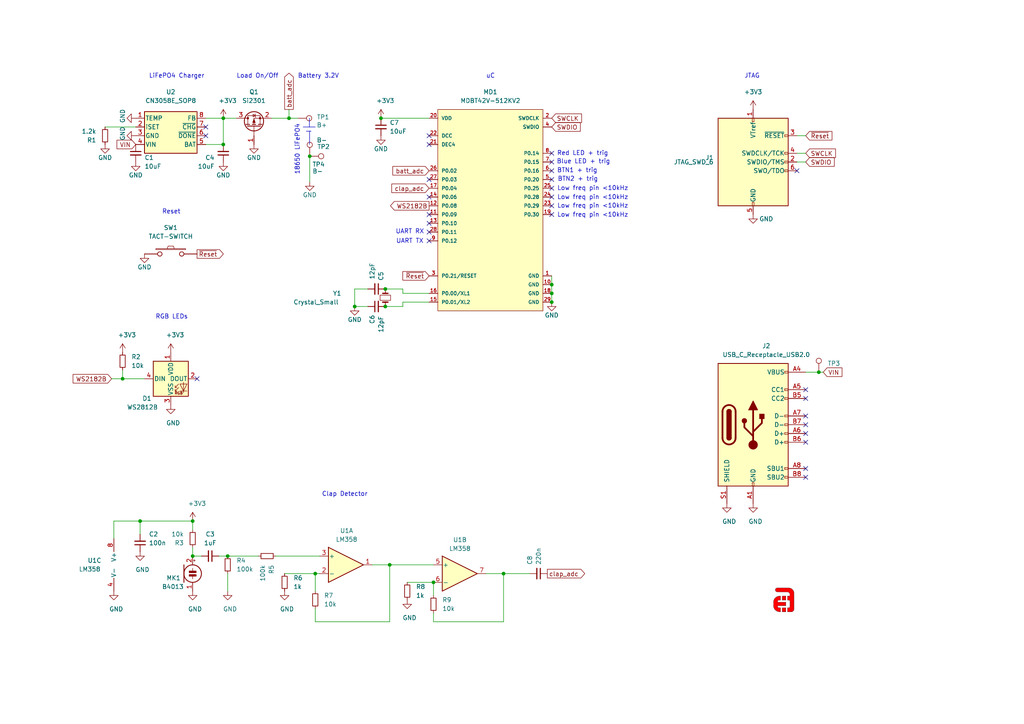
<source format=kicad_sch>
(kicad_sch (version 20220404) (generator eeschema)
  (paper "A4")
  (title_block (title "Llama TaDama") (date "2021-10-02") (rev "A"))
  (lib_symbols
    (symbol "Amplifier_Operational:LM358" (pin_names (offset 0.127))
      (property "Reference" "U" (at 0 5.08 0))
      (property "Value" "LM358" (at 0 -5.08 0))
      (symbol "LM358_1_1"
        (polyline (pts (xy -5.08 5.08) (xy 5.08 0) (xy -5.08 -5.08) (xy -5.08 5.08)) (stroke (width 0.254)) (fill (type background)))
        (pin output line (at 7.62 0 180) (length 2.54) (name "~") (number "1"))
        (pin input line (at -7.62 -2.54 0) (length 2.54) (name "-") (number "2"))
        (pin input line (at -7.62 2.54 0) (length 2.54) (name "+") (number "3"))
      )
      (symbol "LM358_2_1"
        (polyline (pts (xy -5.08 5.08) (xy 5.08 0) (xy -5.08 -5.08) (xy -5.08 5.08)) (stroke (width 0.254)) (fill (type background)))
        (pin input line (at -7.62 2.54 0) (length 2.54) (name "+") (number "5"))
        (pin input line (at -7.62 -2.54 0) (length 2.54) (name "-") (number "6"))
        (pin output line (at 7.62 0 180) (length 2.54) (name "~") (number "7"))
      )
      (symbol "LM358_3_1"
        (pin power_in line (at -2.54 -7.62 90) (length 3.81) (name "V-") (number "4"))
        (pin power_in line (at -2.54 7.62 270) (length 3.81) (name "V+") (number "8"))
      )
    )
    (symbol "Connector:Conn_ARM_JTAG_SWD_6" (pin_names (offset 1.016))
      (property "Reference" "J" (at -2.54 16.51 0))
      (property "Value" "Conn_ARM_JTAG_SWD_6" (at -2.54 13.97 0))
      (symbol "Conn_ARM_JTAG_SWD_6_0_1"
        (rectangle (start -10.16 12.7) (end 10.16 -12.7) (stroke (width 0.254)) (fill (type background)))
        (rectangle (start -0.254 -12.7) (end 0.254 -11.684))
        (rectangle (start -0.254 12.7) (end 0.254 11.684))
        (rectangle (start 9.144 2.286) (end 10.16 2.794))
        (rectangle (start 10.16 -2.794) (end 9.144 -2.286))
        (rectangle (start 10.16 -0.254) (end 9.144 0.254))
        (rectangle (start 10.16 7.874) (end 9.144 7.366))
      )
      (symbol "Conn_ARM_JTAG_SWD_6_1_1"
        (pin power_in line (at 0 15.24 270) (length 2.54) (name "VTref") (number "1"))
        (pin bidirectional line (at 12.7 0 180) (length 2.54) (name "SWDIO/TMS") (number "2"))
        (pin open_collector line (at 12.7 7.62 180) (length 2.54) (name "~{RESET}") (number "3"))
        (pin output line (at 12.7 2.54 180) (length 2.54) (name "SWDCLK/TCK") (number "4"))
        (pin power_in line (at 0 -15.24 90) (length 2.54) (name "GND") (number "5"))
        (pin input line (at 12.7 -2.54 180) (length 2.54) (name "SWO/TDO") (number "6"))
      )
    )
    (symbol "Connector:TestPoint" (pin_numbers hide) (pin_names (offset 0.762) hide)
      (property "Reference" "TP" (at 0 6.858 0))
      (property "Value" "TestPoint" (at 0 5.08 0))
      (symbol "TestPoint_0_1"
        (circle (center 0 3.302) (radius 0.762))
      )
      (symbol "TestPoint_1_1"
        (pin passive line (at 0 0 90) (length 2.54) (name "1") (number "1"))
      )
    )
    (symbol "Connector:USB_C_Receptacle_USB2.0" (pin_names (offset 1.016))
      (property "Reference" "J" (at -10.16 19.05 0))
      (property "Value" "USB_C_Receptacle_USB2.0" (at 19.05 19.05 0))
      (symbol "USB_C_Receptacle_USB2.0_0_0"
        (rectangle (start -0.254 -17.78) (end 0.254 -16.764))
        (rectangle (start 10.16 -14.986) (end 9.144 -15.494))
        (rectangle (start 10.16 -12.446) (end 9.144 -12.954))
        (rectangle (start 10.16 -4.826) (end 9.144 -5.334))
        (rectangle (start 10.16 -2.286) (end 9.144 -2.794))
        (rectangle (start 10.16 0.254) (end 9.144 -0.254))
        (rectangle (start 10.16 2.794) (end 9.144 2.286))
        (rectangle (start 10.16 7.874) (end 9.144 7.366))
        (rectangle (start 10.16 10.414) (end 9.144 9.906))
        (rectangle (start 10.16 15.494) (end 9.144 14.986))
      )
      (symbol "USB_C_Receptacle_USB2.0_0_1"
        (rectangle (start -10.16 17.78) (end 10.16 -17.78) (stroke (width 0.254)) (fill (type background)))
        (arc (start -8.89 -3.81) (mid -6.985 -5.715) (end -5.08 -3.81) (stroke (width 0.508)))
        (arc (start -7.62 -3.81) (mid -6.985 -4.445) (end -6.35 -3.81) (stroke (width 0.254)))
        (arc (start -7.62 -3.81) (mid -6.985 -4.445) (end -6.35 -3.81) (stroke (width 0.254)) (fill (type outline)))
        (rectangle (start -7.62 -3.81) (end -6.35 3.81) (stroke (width 0.254)) (fill (type outline)))
        (arc (start -6.35 3.81) (mid -6.985 4.445) (end -7.62 3.81) (stroke (width 0.254)))
        (arc (start -6.35 3.81) (mid -6.985 4.445) (end -7.62 3.81) (stroke (width 0.254)) (fill (type outline)))
        (arc (start -5.08 3.81) (mid -6.985 5.715) (end -8.89 3.81) (stroke (width 0.508)))
        (circle (center -2.54 1.143) (radius 0.635) (stroke (width 0.254)) (fill (type outline)))
        (circle (center 0 -5.842) (radius 1.27) (fill (type outline)))
        (polyline (pts (xy -8.89 -3.81) (xy -8.89 3.81)) (stroke (width 0.508)))
        (polyline (pts (xy -5.08 3.81) (xy -5.08 -3.81)) (stroke (width 0.508)))
        (polyline (pts (xy 0 -5.842) (xy 0 4.318)) (stroke (width 0.508)))
        (polyline (pts (xy 0 -3.302) (xy -2.54 -0.762) (xy -2.54 0.508)) (stroke (width 0.508)))
        (polyline (pts (xy 0 -2.032) (xy 2.54 0.508) (xy 2.54 1.778)) (stroke (width 0.508)))
        (polyline (pts (xy -1.27 4.318) (xy 0 6.858) (xy 1.27 4.318) (xy -1.27 4.318)) (stroke (width 0.254)) (fill (type outline)))
        (rectangle (start 1.905 1.778) (end 3.175 3.048) (stroke (width 0.254)) (fill (type outline)))
      )
      (symbol "USB_C_Receptacle_USB2.0_1_1"
        (pin passive line (at 0 -22.86 90) (length 5.08) (name "GND") (number "A1"))
        (pin passive line (at 0 -22.86 90) (length 5.08) hide (name "GND") (number "A12"))
        (pin passive line (at 15.24 15.24 180) (length 5.08) (name "VBUS") (number "A4"))
        (pin bidirectional line (at 15.24 10.16 180) (length 5.08) (name "CC1") (number "A5"))
        (pin bidirectional line (at 15.24 -2.54 180) (length 5.08) (name "D+") (number "A6"))
        (pin bidirectional line (at 15.24 2.54 180) (length 5.08) (name "D-") (number "A7"))
        (pin bidirectional line (at 15.24 -12.7 180) (length 5.08) (name "SBU1") (number "A8"))
        (pin passive line (at 15.24 15.24 180) (length 5.08) hide (name "VBUS") (number "A9"))
        (pin passive line (at 0 -22.86 90) (length 5.08) hide (name "GND") (number "B1"))
        (pin passive line (at 0 -22.86 90) (length 5.08) hide (name "GND") (number "B12"))
        (pin passive line (at 15.24 15.24 180) (length 5.08) hide (name "VBUS") (number "B4"))
        (pin bidirectional line (at 15.24 7.62 180) (length 5.08) (name "CC2") (number "B5"))
        (pin bidirectional line (at 15.24 -5.08 180) (length 5.08) (name "D+") (number "B6"))
        (pin bidirectional line (at 15.24 0 180) (length 5.08) (name "D-") (number "B7"))
        (pin bidirectional line (at 15.24 -15.24 180) (length 5.08) (name "SBU2") (number "B8"))
        (pin passive line (at 15.24 15.24 180) (length 5.08) hide (name "VBUS") (number "B9"))
        (pin passive line (at -7.62 -22.86 90) (length 5.08) (name "SHIELD") (number "S1"))
      )
    )
    (symbol "Device:C_Small" (pin_numbers hide) (pin_names (offset 0.254) hide)
      (property "Reference" "C" (at 0.254 1.778 0))
      (property "Value" "C_Small" (at 0.254 -2.032 0))
      (symbol "C_Small_0_1"
        (polyline (pts (xy -1.524 -0.508) (xy 1.524 -0.508)) (stroke (width 0.3302)))
        (polyline (pts (xy -1.524 0.508) (xy 1.524 0.508)) (stroke (width 0.3048)))
      )
      (symbol "C_Small_1_1"
        (pin passive line (at 0 2.54 270) (length 2.032) (name "~") (number "1"))
        (pin passive line (at 0 -2.54 90) (length 2.032) (name "~") (number "2"))
      )
    )
    (symbol "Device:Crystal_Small" (pin_numbers hide) (pin_names (offset 1.016) hide)
      (property "Reference" "Y" (at 0 2.54 0))
      (property "Value" "Crystal_Small" (at 0 -2.54 0))
      (symbol "Crystal_Small_0_1"
        (rectangle (start -0.762 -1.524) (end 0.762 1.524))
        (polyline (pts (xy -1.27 -0.762) (xy -1.27 0.762)) (stroke (width 0.381)))
        (polyline (pts (xy 1.27 -0.762) (xy 1.27 0.762)) (stroke (width 0.381)))
      )
      (symbol "Crystal_Small_1_1"
        (pin passive line (at -2.54 0 0) (length 1.27) (name "1") (number "1"))
        (pin passive line (at 2.54 0 180) (length 1.27) (name "2") (number "2"))
      )
    )
    (symbol "Device:Microphone_Condenser" (pin_names (offset 0.0254) hide)
      (property "Reference" "MK" (at -3.302 1.27 0))
      (property "Value" "Microphone_Condenser" (at -3.302 -0.635 0))
      (symbol "Microphone_Condenser_0_1"
        (polyline (pts (xy -2.54 2.54) (xy -2.54 -2.54)) (stroke (width 0.254)))
        (polyline (pts (xy 0 -0.762) (xy 0 -1.524)))
        (polyline (pts (xy 0 0.762) (xy 0 1.524)))
        (polyline (pts (xy 0.254 3.81) (xy 0.762 3.81)))
        (polyline (pts (xy 0.508 4.064) (xy 0.508 3.556)))
        (circle (center 0 0) (radius 2.54) (stroke (width 0.254)))
        (rectangle (start 1.016 -0.254) (end -1.016 -0.762) (fill (type outline)))
        (rectangle (start 1.016 0.762) (end -1.016 0.254) (fill (type outline)))
      )
      (symbol "Microphone_Condenser_1_1"
        (pin passive line (at 0 -5.08 90) (length 2.54) (name "-") (number "1"))
        (pin passive line (at 0 5.08 270) (length 2.54) (name "+") (number "2"))
      )
    )
    (symbol "Device:R_Small" (pin_numbers hide) (pin_names (offset 0.254) hide)
      (property "Reference" "R" (at 0.762 0.508 0))
      (property "Value" "R_Small" (at 0.762 -1.016 0))
      (symbol "R_Small_0_1"
        (rectangle (start -0.762 1.778) (end 0.762 -1.778) (stroke (width 0.2032)))
      )
      (symbol "R_Small_1_1"
        (pin passive line (at 0 2.54 270) (length 0.762) (name "~") (number "1"))
        (pin passive line (at 0 -2.54 90) (length 0.762) (name "~") (number "2"))
      )
    )
    (symbol "LED:WS2812B" (pin_names (offset 0.254))
      (property "Reference" "D" (at 5.08 5.715 0))
      (property "Value" "WS2812B" (at 1.27 -5.715 0))
      (symbol "WS2812B_0_0"
        (text "RGB" (at 2.286 -4.191 0) (effects (font (size 0.762 0.762))))
      )
      (symbol "WS2812B_0_1"
        (polyline (pts (xy 1.27 -3.556) (xy 1.778 -3.556)))
        (polyline (pts (xy 1.27 -2.54) (xy 1.778 -2.54)))
        (polyline (pts (xy 4.699 -3.556) (xy 2.667 -3.556)))
        (polyline (pts (xy 2.286 -2.54) (xy 1.27 -3.556) (xy 1.27 -3.048)))
        (polyline (pts (xy 2.286 -1.524) (xy 1.27 -2.54) (xy 1.27 -2.032)))
        (polyline (pts (xy 3.683 -1.016) (xy 3.683 -3.556) (xy 3.683 -4.064)))
        (polyline (pts (xy 4.699 -1.524) (xy 2.667 -1.524) (xy 3.683 -3.556) (xy 4.699 -1.524)))
        (rectangle (start 5.08 5.08) (end -5.08 -5.08) (stroke (width 0.254)) (fill (type background)))
      )
      (symbol "WS2812B_1_1"
        (pin power_in line (at 0 7.62 270) (length 2.54) (name "VDD") (number "1"))
        (pin output line (at 7.62 0 180) (length 2.54) (name "DOUT") (number "2"))
        (pin power_in line (at 0 -7.62 90) (length 2.54) (name "VSS") (number "3"))
        (pin input line (at -7.62 0 0) (length 2.54) (name "DIN") (number "4"))
      )
    )
    (symbol "MAX17260:TACT-SWITCH" (pin_numbers hide) (pin_names (offset 1.016) hide)
      (property "Reference" "SW" (at 3.81 2.794 0))
      (property "Value" "TACT-SWITCH" (at 0 -2.032 0))
      (symbol "TACT-SWITCH_0_1"
        (rectangle (start -4.318 1.27) (end 4.318 1.524))
        (polyline (pts (xy -1.016 1.524) (xy -0.762 2.286) (xy 0.762 2.286) (xy 1.016 1.524)))
        (pin passive inverted (at -7.62 0 0) (length 5.08) (name "1") (number "1"))
        (pin passive inverted (at 7.62 0 180) (length 5.08) (name "2") (number "2"))
      )
    )
    (symbol "MDBT42V:MDBT42V-512KV2" (pin_names (offset 1.016))
      (property "Reference" "MD" (at 0 5.08 0))
      (property "Value" "MDBT42V-512KV2" (at 0 7.62 0))
      (symbol "MDBT42V-512KV2_1_1"
        (rectangle (start 5.08 2.54) (end 35.56 -55.88) (fill (type background)))
        (pin power_in line (at 38.1 -45.72 180) (length 2.54) (name "GND") (number "1"))
        (pin power_in line (at 38.1 -48.26 180) (length 2.54) (name "GND") (number "10"))
        (pin bidirectional line (at 2.54 -27.94 0) (length 2.54) (name "P0.09") (number "11"))
        (pin bidirectional line (at 2.54 -25.4 0) (length 2.54) (name "P0.08") (number "12"))
        (pin bidirectional line (at 2.54 -30.48 0) (length 2.54) (name "P0.10") (number "13"))
        (pin bidirectional line (at 2.54 -22.86 0) (length 2.54) (name "P0.06") (number "14"))
        (pin bidirectional line (at 2.54 -53.34 0) (length 2.54) (name "P0.01/XL2") (number "15"))
        (pin bidirectional line (at 2.54 -50.8 0) (length 2.54) (name "P0.00/XL1") (number "16"))
        (pin bidirectional line (at 2.54 -20.32 0) (length 2.54) (name "P0.04") (number "17"))
        (pin power_in line (at 38.1 -50.8 180) (length 2.54) (name "GND") (number "18"))
        (pin bidirectional line (at 38.1 -27.94 180) (length 2.54) (name "P0.30") (number "19"))
        (pin input line (at 38.1 0 180) (length 2.54) (name "SWDCLK") (number "2"))
        (pin power_in line (at 2.54 0 0) (length 2.54) (name "VDD") (number "20"))
        (pin power_in line (at 2.54 -7.62 0) (length 2.54) (name "DEC4") (number "21"))
        (pin power_in line (at 2.54 -5.08 0) (length 2.54) (name "DCC") (number "22"))
        (pin bidirectional line (at 38.1 -25.4 180) (length 2.54) (name "P0.29") (number "23"))
        (pin bidirectional line (at 38.1 -22.86 180) (length 2.54) (name "P0.28") (number "24"))
        (pin bidirectional line (at 38.1 -20.32 180) (length 2.54) (name "P0.25") (number "25"))
        (pin bidirectional line (at 2.54 -15.24 0) (length 2.54) (name "P0.02") (number "26"))
        (pin bidirectional line (at 2.54 -17.78 0) (length 2.54) (name "P0.03") (number "27"))
        (pin bidirectional line (at 2.54 -33.02 0) (length 2.54) (name "P0.11") (number "28"))
        (pin power_in line (at 38.1 -53.34 180) (length 2.54) (name "GND") (number "29"))
        (pin bidirectional line (at 2.54 -45.72 0) (length 2.54) (name "P0.21/RESET") (number "3"))
        (pin bidirectional line (at 38.1 -2.54 180) (length 2.54) (name "SWDIO") (number "4"))
        (pin bidirectional line (at 38.1 -17.78 180) (length 2.54) (name "P0.20") (number "5"))
        (pin bidirectional line (at 38.1 -15.24 180) (length 2.54) (name "P0.16") (number "6"))
        (pin bidirectional line (at 38.1 -12.7 180) (length 2.54) (name "P0.15") (number "7"))
        (pin bidirectional line (at 38.1 -10.16 180) (length 2.54) (name "P0.14") (number "8"))
        (pin bidirectional line (at 2.54 -35.56 0) (length 2.54) (name "P0.12") (number "9"))
      )
    )
    (symbol "Transistor_FET:Si2319CDS" (pin_names hide)
      (property "Reference" "Q" (at 5.08 1.905 0))
      (property "Value" "Si2319CDS" (at 5.08 0 0))
      (symbol "Si2319CDS_0_1"
        (polyline (pts (xy 0.254 0) (xy -2.54 0)))
        (polyline (pts (xy 0.254 1.905) (xy 0.254 -1.905)) (stroke (width 0.254)))
        (polyline (pts (xy 0.762 -1.27) (xy 0.762 -2.286)) (stroke (width 0.254)))
        (polyline (pts (xy 0.762 0.508) (xy 0.762 -0.508)) (stroke (width 0.254)))
        (polyline (pts (xy 0.762 2.286) (xy 0.762 1.27)) (stroke (width 0.254)))
        (polyline (pts (xy 2.54 2.54) (xy 2.54 1.778)))
        (polyline (pts (xy 2.54 -2.54) (xy 2.54 0) (xy 0.762 0)))
        (polyline (pts (xy 0.762 1.778) (xy 3.302 1.778) (xy 3.302 -1.778) (xy 0.762 -1.778)))
        (polyline (pts (xy 2.286 0) (xy 1.27 0.381) (xy 1.27 -0.381) (xy 2.286 0)) (fill (type outline)))
        (polyline (pts (xy 2.794 -0.508) (xy 2.921 -0.381) (xy 3.683 -0.381) (xy 3.81 -0.254)))
        (polyline (pts (xy 3.302 -0.381) (xy 2.921 0.254) (xy 3.683 0.254) (xy 3.302 -0.381)))
        (circle (center 1.651 0) (radius 2.794) (stroke (width 0.254)))
        (circle (center 2.54 -1.778) (radius 0.254) (fill (type outline)))
        (circle (center 2.54 1.778) (radius 0.254) (fill (type outline)))
      )
      (symbol "Si2319CDS_1_1"
        (pin input line (at -5.08 0 0) (length 2.54) (name "G") (number "1"))
        (pin passive line (at 2.54 -5.08 90) (length 2.54) (name "S") (number "2"))
        (pin passive line (at 2.54 5.08 270) (length 2.54) (name "D") (number "3"))
      )
    )
    (symbol "cn3058e_sop8:CN3058E_SOP8" (pin_names (offset 0.254))
      (property "Reference" "U" (at -6.35 5.715 0))
      (property "Value" "CN3058E_SOP8" (at -1.905 5.715 0))
      (symbol "CN3058E_SOP8_0_1"
        (rectangle (start -7.62 4.445) (end 7.62 -7.62) (stroke (width 0.254)) (fill (type background)))
      )
      (symbol "CN3058E_SOP8_1_1"
        (pin passive line (at -10.16 2.54 0) (length 2.54) (name "TEMP") (number "1"))
        (pin passive line (at -10.16 0 0) (length 2.54) (name "iSET") (number "2"))
        (pin power_in line (at -10.16 -2.54 0) (length 2.54) (name "GND") (number "3"))
        (pin power_in line (at -10.16 -5.08 0) (length 2.54) (name "VIN") (number "4"))
        (pin passive line (at 10.16 -5.08 180) (length 2.54) (name "BAT") (number "5"))
        (pin passive line (at 10.16 -2.54 180) (length 2.54) (name "~{DONE}") (number "6"))
        (pin passive line (at 10.16 0 180) (length 2.54) (name "~{CHG}") (number "7"))
        (pin passive line (at 10.16 2.54 180) (length 2.54) (name "FB") (number "8"))
      )
    )
    (symbol "power:+3V3" (power) (pin_names (offset 0))
      (property "Value" "+3V3" (at 0 3.556 0))
      (symbol "+3V3_0_1"
        (polyline (pts (xy -0.762 1.27) (xy 0 2.54)))
        (polyline (pts (xy 0 0) (xy 0 2.54)))
        (polyline (pts (xy 0 2.54) (xy 0.762 1.27)))
      )
      (symbol "+3V3_1_1"
        (pin power_in line (at 0 0 90) (length 0) hide (name "+3V3") (number "1"))
      )
    )
    (symbol "power:GND" (power) (pin_names (offset 0))
      (property "Value" "GND" (at 0 -3.81 0))
      (symbol "GND_0_1"
        (polyline (pts (xy 0 0) (xy 0 -1.27) (xy 1.27 -1.27) (xy 0 -2.54) (xy -1.27 -1.27) (xy 0 -1.27)))
      )
      (symbol "GND_1_1"
        (pin power_in line (at 0 0 270) (length 0) hide (name "GND") (number "1"))
      )
    )
  )
  (junction (at 113.03 163.83))
  (junction (at 110.49 34.29))
  (junction (at 89.8398 45.3136))
  (junction (at 64.77 34.29))
  (junction (at 125.73 168.91))
  (junction (at 91.44 166.37))
  (junction (at 64.77 41.91))
  (junction (at 35.56 109.855))
  (junction (at 55.88 151.13))
  (junction (at 111.76 88.9))
  (junction (at 55.88 161.29))
  (junction (at 102.87 88.9))
  (junction (at 160.02 85.09))
  (junction (at 66.04 161.29))
  (junction (at 83.82 34.29))
  (junction (at 111.76 83.82))
  (junction (at 40.64 151.13))
  (junction (at 146.05 166.37))
  (junction (at 237.49 107.95))
  (junction (at 160.02 87.63))
  (junction (at 160.02 82.55))
  (no_connect (at 233.68 128.27))
  (no_connect (at 160.02 44.45))
  (no_connect (at 160.02 59.69))
  (no_connect (at 124.46 62.23))
  (no_connect (at 160.02 46.99))
  (no_connect (at 233.68 113.03))
  (no_connect (at 160.02 49.53))
  (no_connect (at 59.69 39.37))
  (no_connect (at 124.46 57.15))
  (no_connect (at 233.68 123.19))
  (no_connect (at 59.69 36.83))
  (no_connect (at 233.68 120.65))
  (no_connect (at 233.68 135.89))
  (no_connect (at 160.02 62.23))
  (no_connect (at 124.46 39.37))
  (no_connect (at 233.68 115.57))
  (no_connect (at 160.02 52.07))
  (no_connect (at 124.46 64.77))
  (no_connect (at 57.15 109.855))
  (no_connect (at 124.46 41.91))
  (no_connect (at 124.46 69.85))
  (no_connect (at 160.02 57.15))
  (no_connect (at 231.14 49.53))
  (no_connect (at 233.68 138.43))
  (no_connect (at 160.02 54.61))
  (no_connect (at 124.46 67.31))
  (no_connect (at 233.68 125.73))
  (no_connect (at 124.46 52.07))
  (wire (pts (xy 113.03 163.83) (xy 107.95 163.83)))
  (wire (pts (xy 83.82 31.75) (xy 83.82 34.29)))
  (wire (pts (xy 125.73 177.8) (xy 125.73 180.34)))
  (wire (pts (xy 89.8398 45.3136) (xy 89.8398 52.7304)))
  (wire (pts (xy 74.93 161.29) (xy 66.04 161.29)))
  (polyline (pts (xy 90.17 38.0492) (xy 90.17 38.1)))
  (wire (pts (xy 55.88 161.29) (xy 55.88 158.75)))
  (polyline (pts (xy 87.9348 36.83) (xy 91.44 36.83)))
  (wire (pts (xy 68.58 34.29) (xy 64.77 34.29)))
  (wire (pts (xy 59.69 41.91) (xy 64.77 41.91)))
  (wire (pts (xy 86.36 34.29) (xy 83.82 34.29)))
  (wire (pts (xy 33.02 151.13) (xy 33.02 156.21)))
  (wire (pts (xy 116.84 85.09) (xy 124.46 85.09)))
  (wire (pts (xy 125.73 163.83) (xy 113.03 163.83)))
  (wire (pts (xy 64.77 34.29) (xy 59.69 34.29)))
  (wire (pts (xy 116.84 83.82) (xy 116.84 85.09)))
  (wire (pts (xy 116.84 88.9) (xy 116.84 87.63)))
  (wire (pts (xy 55.88 153.67) (xy 55.88 151.13)))
  (wire (pts (xy 110.49 34.29) (xy 124.46 34.29)))
  (wire (pts (xy 233.68 39.37) (xy 231.14 39.37)))
  (wire (pts (xy 116.84 83.82) (xy 111.76 83.82)))
  (wire (pts (xy 233.68 107.95) (xy 237.49 107.95)))
  (wire (pts (xy 160.02 85.09) (xy 160.02 82.55)))
  (polyline (pts (xy 89.789 41.8846) (xy 89.789 37.9984)))
  (wire (pts (xy 125.73 180.34) (xy 146.05 180.34)))
  (wire (pts (xy 113.03 180.34) (xy 113.03 163.83)))
  (wire (pts (xy 64.77 41.91) (xy 64.77 34.29)))
  (wire (pts (xy 91.44 166.37) (xy 91.44 171.45)))
  (wire (pts (xy 160.02 82.55) (xy 160.02 80.01)))
  (wire (pts (xy 140.97 166.37) (xy 146.05 166.37)))
  (wire (pts (xy 35.56 109.855) (xy 41.91 109.855)))
  (polyline (pts (xy 88.9254 38.0492) (xy 90.17 38.0492)))
  (wire (pts (xy 66.04 171.45) (xy 66.04 166.37)))
  (wire (pts (xy 83.82 34.29) (xy 78.74 34.29)))
  (wire (pts (xy 116.84 87.63) (xy 124.46 87.63)))
  (wire (pts (xy 80.01 161.29) (xy 92.71 161.29)))
  (wire (pts (xy 35.56 109.855) (xy 32.385 109.855)))
  (wire (pts (xy 40.64 151.13) (xy 40.64 154.94)))
  (wire (pts (xy 39.37 36.83) (xy 30.48 36.83)))
  (wire (pts (xy 102.87 83.82) (xy 102.87 88.9)))
  (wire (pts (xy 91.44 166.37) (xy 92.71 166.37)))
  (polyline (pts (xy 89.7382 34.2646) (xy 89.7382 36.83)))
  (wire (pts (xy 40.64 151.13) (xy 55.88 151.13)))
  (wire (pts (xy 146.05 180.34) (xy 146.05 166.37)))
  (wire (pts (xy 233.68 46.99) (xy 231.14 46.99)))
  (wire (pts (xy 55.88 161.29) (xy 58.42 161.29)))
  (wire (pts (xy 146.05 166.37) (xy 153.67 166.37)))
  (wire (pts (xy 106.68 83.82) (xy 102.87 83.82)))
  (wire (pts (xy 91.44 176.53) (xy 91.44 180.34)))
  (wire (pts (xy 116.84 88.9) (xy 111.76 88.9)))
  (wire (pts (xy 102.87 88.9) (xy 106.68 88.9)))
  (wire (pts (xy 237.49 107.95) (xy 238.76 107.95)))
  (wire (pts (xy 35.56 107.315) (xy 35.56 109.855)))
  (wire (pts (xy 33.02 151.13) (xy 40.64 151.13)))
  (polyline (pts (xy 88.9254 37.9984) (xy 88.9254 38.0492)))
  (wire (pts (xy 125.73 172.72) (xy 125.73 168.91)))
  (wire (pts (xy 91.44 180.34) (xy 113.03 180.34)))
  (wire (pts (xy 82.55 166.37) (xy 91.44 166.37)))
  (wire (pts (xy 233.68 44.45) (xy 231.14 44.45)))
  (wire (pts (xy 118.11 168.91) (xy 125.73 168.91)))
  (wire (pts (xy 160.02 87.63) (xy 160.02 85.09)))
  (wire (pts (xy 63.5 161.29) (xy 66.04 161.29)))
  (image (at 227.33 173.99))
  (text "UART RX" (at 114.7282 67.9998 0) (effects (font (size 1.27 1.27)) (justify left bottom)))
  (text "JTAG" (at 215.9 22.86 0) (effects (font (size 1.27 1.27)) (justify left bottom)))
  (text "Load On/Off\n" (at 68.58 22.86 0) (effects (font (size 1.27 1.27)) (justify left bottom)))
  (text "Low freq pin <10kHz" (at 161.5948 55.4482 0) (effects (font (size 1.27 1.27)) (justify left bottom)))
  (text "18650 LiFePO4" (at 86.995 50.8 90) (effects (font (size 1.27 1.27)) (justify left bottom)))
  (text "UART TX" (at 114.874 70.7698 0) (effects (font (size 1.27 1.27)) (justify left bottom)))
  (text "Clap Detector" (at 93.345 144.145 0) (effects (font (size 1.27 1.27)) (justify left bottom)))
  (text "Blue LED + trig" (at 161.4474 47.6859 0) (effects (font (size 1.27 1.27)) (justify left bottom)))
  (text "LiFePO4 Charger\n" (at 43.18 22.86 0) (effects (font (size 1.27 1.27)) (justify left bottom)))
  (text "BTN1 + trig" (at 161.5431 50.2691 0) (effects (font (size 1.27 1.27)) (justify left bottom)))
  (text "Low freq pin <10kHz" (at 161.5948 63.1698 0) (effects (font (size 1.27 1.27)) (justify left bottom)))
  (text "Reset" (at 46.99 62.23 0) (effects (font (size 1.27 1.27)) (justify left bottom)))
  (text "uC" (at 140.97 22.86 0) (effects (font (size 1.27 1.27)) (justify left bottom)))
  (text "Low freq pin <10kHz" (at 161.5948 60.5536 0) (effects (font (size 1.27 1.27)) (justify left bottom)))
  (text "Red LED + trig" (at 161.5431 45.2941 0) (effects (font (size 1.27 1.27)) (justify left bottom)))
  (text "BTN2 + trig" (at 161.7344 52.7566 0) (effects (font (size 1.27 1.27)) (justify left bottom)))
  (text "Battery 3.2V" (at 86.36 22.86 0) (effects (font (size 1.27 1.27)) (justify left bottom)))
  (text "RGB LEDs" (at 45.085 92.71 0) (effects (font (size 1.27 1.27)) (justify left bottom)))
  (text "Low freq pin <10kHz" (at 161.5948 58.0644 0) (effects (font (size 1.27 1.27)) (justify left bottom)))
  (global_label "~{Reset}" (shape output) (at 57.15 73.66 0) (property "Intersheet References" "${INTERSHEET_REFS}" (effects hide)))
  (global_label "VIN" (shape input) (at 39.37 41.91 180) (property "Intersheet References" "${INTERSHEET_REFS}" (effects hide)))
  (global_label "WS2182B" (shape output) (at 124.46 59.69 180) (property "Intersheet References" "${INTERSHEET_REFS}" (effects hide)))
  (global_label "~{Reset}" (shape input) (at 233.68 39.37 0) (property "Intersheet References" "${INTERSHEET_REFS}" (effects hide)))
  (global_label "SWDIO" (shape input) (at 233.68 46.99 0) (property "Intersheet References" "${INTERSHEET_REFS}" (effects hide)))
  (global_label "batt_adc" (shape output) (at 83.82 31.75 90) (property "Intersheet References" "${INTERSHEET_REFS}" (effects hide)))
  (global_label "VIN" (shape input) (at 238.76 107.95 0) (property "Intersheet References" "${INTERSHEET_REFS}" (effects hide)))
  (global_label "~{Reset}" (shape input) (at 124.46 80.01 180) (property "Intersheet References" "${INTERSHEET_REFS}" (effects hide)))
  (global_label "clap_adc" (shape output) (at 158.75 166.37 0) (property "Intersheet References" "${INTERSHEET_REFS}" (effects hide)))
  (global_label "SWCLK" (shape input) (at 233.68 44.45 0) (property "Intersheet References" "${INTERSHEET_REFS}" (effects hide)))
  (global_label "WS2182B" (shape input) (at 32.385 109.855 180) (property "Intersheet References" "${INTERSHEET_REFS}" (effects hide)))
  (global_label "SWCLK" (shape input) (at 160.02 34.29 0) (property "Intersheet References" "${INTERSHEET_REFS}" (effects hide)))
  (global_label "SWDIO" (shape input) (at 160.02 36.83 0) (property "Intersheet References" "${INTERSHEET_REFS}" (effects hide)))
  (global_label "batt_adc" (shape input) (at 124.46 49.53 180) (property "Intersheet References" "${INTERSHEET_REFS}" (effects hide)))
  (global_label "clap_adc" (shape input) (at 124.46 54.61 180) (property "Intersheet References" "${INTERSHEET_REFS}" (effects hide)))
  (symbol (lib_id "Amplifier_Operational:LM358") (at 100.33 163.83 0) (unit 1)
    (default_instance (reference "U") (unit 1) (value "") (footprint ""))
    (property "Reference" "U1" (at 100.5332 153.924 0))
    (property "Value" "LM358" (at 100.5332 156.464 0))
    (property "Footprint" "Package_SO:SOIC-8_3.9x4.9mm_P1.27mm" (effects hide))
    (property "Datasheet" "http://www.ti.com/lit/ds/symlink/lm2904-n.pdf" (effects hide))
    (property "lcsc_part_number" "C7950" (effects hide))
  )
  (symbol (lib_id "Amplifier_Operational:LM358") (at 133.35 166.37 0) (unit 2)
    (default_instance (reference "U") (unit 1) (value "") (footprint ""))
    (property "Reference" "U1" (at 133.4008 156.5656 0))
    (property "Value" "LM358" (at 133.4008 159.1056 0))
    (property "Footprint" "Package_SO:SOIC-8_3.9x4.9mm_P1.27mm" (effects hide))
    (property "Datasheet" "http://www.ti.com/lit/ds/symlink/lm2904-n.pdf" (effects hide))
  )
  (symbol (lib_id "Amplifier_Operational:LM358") (at 35.56 163.83 0) (unit 3)
    (default_instance (reference "U") (unit 1) (value "") (footprint ""))
    (property "Reference" "U1" (at 25.4 162.56 0) (effects (justify left)))
    (property "Value" "LM358" (at 22.86 165.1 0) (effects (justify left)))
    (property "Footprint" "Package_SO:SOIC-8_3.9x4.9mm_P1.27mm" (effects hide))
    (property "Datasheet" "http://www.ti.com/lit/ds/symlink/lm2904-n.pdf" (effects hide))
  )
  (symbol (lib_id "Device:Microphone_Condenser") (at 55.88 166.37 0) (unit 1)
    (default_instance (reference "U") (unit 1) (value "") (footprint ""))
    (property "Reference" "MK1" (at 48.26 167.64 0) (effects (justify left)))
    (property "Value" "B4013" (at 46.99 170.18 0) (effects (justify left)))
    (property "Footprint" "Sensor_Audio:CUI_CMC-4013-SMT" (effects hide))
    (property "lcsc_part_number" "C233794" (effects hide))
  )
  (symbol (lib_id "power:GND") (at 55.88 171.45 0) (unit 1)
    (default_instance (reference "U") (unit 1) (value "") (footprint ""))
    (property "Reference" "#PWR0101" (effects hide))
    (property "Value" "GND" (at 56.5658 176.657 0))
  )
  (symbol (lib_id "Device:R_Small") (at 66.04 163.83 0) (unit 1)
    (default_instance (reference "U") (unit 1) (value "") (footprint ""))
    (property "Reference" "R4" (at 68.58 162.56 0) (effects (justify left)))
    (property "Value" "100k" (at 68.58 165.1 0) (effects (justify left)))
    (property "Footprint" "Resistor_SMD:R_0603_1608Metric" (effects hide))
    (property "lcsc_part_number" "C22936" (effects hide))
  )
  (symbol (lib_id "Device:C_Small") (at 60.96 161.29 270) (unit 1)
    (default_instance (reference "U") (unit 1) (value "") (footprint ""))
    (property "Reference" "C3" (at 60.96 154.94 90))
    (property "Value" "1uF" (at 60.96 157.48 90))
    (property "Footprint" "Capacitor_SMD:C_0603_1608Metric" (effects hide))
    (property "lcsc_part_number" "C15849" (effects hide))
  )
  (symbol (lib_id "power:GND") (at 66.04 171.45 0) (unit 1)
    (default_instance (reference "U") (unit 1) (value "") (footprint ""))
    (property "Reference" "#PWR0102" (effects hide))
    (property "Value" "GND" (at 66.7258 176.657 0))
  )
  (symbol (lib_id "Device:R_Small") (at 55.88 156.21 180) (unit 1)
    (default_instance (reference "U") (unit 1) (value "") (footprint ""))
    (property "Reference" "R3" (at 53.34 157.48 0) (effects (justify left)))
    (property "Value" "10k" (at 53.34 154.94 0) (effects (justify left)))
    (property "Footprint" "Resistor_SMD:R_0603_1608Metric" (effects hide))
    (property "lcsc_part_number" "C25804" (effects hide))
  )
  (symbol (lib_id "power:+3V3") (at 55.88 151.13 0) (unit 1)
    (default_instance (reference "U") (unit 1) (value "") (footprint ""))
    (property "Reference" "#PWR0103" (effects hide))
    (property "Value" "+3V3" (at 57.15 146.05 0))
  )
  (symbol (lib_id "Device:R_Small") (at 82.55 168.91 0) (unit 1)
    (default_instance (reference "U") (unit 1) (value "") (footprint ""))
    (property "Reference" "R6" (at 85.09 167.64 0) (effects (justify left)))
    (property "Value" "1k" (at 85.09 170.18 0) (effects (justify left)))
    (property "Footprint" "Resistor_SMD:R_0603_1608Metric" (effects hide))
    (property "lcsc_part_number" "C21190" (effects hide))
  )
  (symbol (lib_id "Device:R_Small") (at 77.47 161.29 270) (unit 1)
    (default_instance (reference "U") (unit 1) (value "") (footprint ""))
    (property "Reference" "R5" (at 78.74 163.83 0) (effects (justify left)))
    (property "Value" "100k" (at 76.2 163.83 0) (effects (justify left)))
    (property "Footprint" "Resistor_SMD:R_0603_1608Metric" (effects hide))
    (property "lcsc_part_number" "C22936" (effects hide))
  )
  (symbol (lib_id "power:GND") (at 82.55 171.45 0) (unit 1)
    (default_instance (reference "U") (unit 1) (value "") (footprint ""))
    (property "Reference" "#PWR0104" (effects hide))
    (property "Value" "GND" (at 83.2358 176.657 0))
  )
  (symbol (lib_id "Device:R_Small") (at 91.44 173.99 0) (unit 1)
    (default_instance (reference "U") (unit 1) (value "") (footprint ""))
    (property "Reference" "R7" (at 93.98 172.72 0) (effects (justify left)))
    (property "Value" "10k" (at 93.98 175.26 0) (effects (justify left)))
    (property "Footprint" "Resistor_SMD:R_0603_1608Metric" (effects hide))
    (property "lcsc_part_number" "C25804" (effects hide))
  )
  (symbol (lib_id "Device:R_Small") (at 118.11 171.45 0) (unit 1)
    (default_instance (reference "U") (unit 1) (value "") (footprint ""))
    (property "Reference" "R8" (at 120.65 170.18 0) (effects (justify left)))
    (property "Value" "1k" (at 120.65 172.72 0) (effects (justify left)))
    (property "Footprint" "Resistor_SMD:R_0603_1608Metric" (effects hide))
    (property "lcsc_part_number" "C21190" (effects hide))
  )
  (symbol (lib_id "power:GND") (at 118.11 173.99 0) (unit 1)
    (default_instance (reference "U") (unit 1) (value "") (footprint ""))
    (property "Reference" "#PWR0105" (effects hide))
    (property "Value" "GND" (at 118.7958 179.197 0))
  )
  (symbol (lib_id "Device:R_Small") (at 125.73 175.26 0) (unit 1)
    (default_instance (reference "U") (unit 1) (value "") (footprint ""))
    (property "Reference" "R9" (at 128.27 173.99 0) (effects (justify left)))
    (property "Value" "10k" (at 128.27 176.53 0) (effects (justify left)))
    (property "Footprint" "Resistor_SMD:R_0603_1608Metric" (effects hide))
    (property "lcsc_part_number" "C25804" (effects hide))
  )
  (symbol (lib_id "power:GND") (at 33.02 171.45 0) (unit 1)
    (default_instance (reference "U") (unit 1) (value "") (footprint ""))
    (property "Reference" "#PWR0106" (effects hide))
    (property "Value" "GND" (at 33.7058 176.657 0))
  )
  (symbol (lib_id "Device:C_Small") (at 40.64 157.48 180) (unit 1)
    (default_instance (reference "U") (unit 1) (value "") (footprint ""))
    (property "Reference" "C2" (at 43.18 154.94 0) (effects (justify right)))
    (property "Value" "100n" (at 43.18 157.48 0) (effects (justify right)))
    (property "Footprint" "Capacitor_SMD:C_0603_1608Metric" (effects hide))
    (property "lcsc_part_number" "C14663" (effects hide))
  )
  (symbol (lib_id "power:GND") (at 40.64 160.02 0) (unit 1)
    (default_instance (reference "U") (unit 1) (value "") (footprint ""))
    (property "Reference" "#PWR0107" (effects hide))
    (property "Value" "GND" (at 41.3258 165.227 0))
  )
  (symbol (lib_id "Device:C_Small") (at 156.21 166.37 270) (unit 1)
    (default_instance (reference "U") (unit 1) (value "") (footprint ""))
    (property "Reference" "C8" (at 153.67 163.83 0) (effects (justify right)))
    (property "Value" "220n" (at 156.21 163.83 0) (effects (justify right)))
    (property "Footprint" "Capacitor_SMD:C_0603_1608Metric" (effects hide))
    (property "lcsc_part_number" "C21120" (effects hide))
  )
  (symbol (lib_id "Connector:Conn_ARM_JTAG_SWD_6") (at 218.44 46.99 0) (unit 1)
    (default_instance (reference "U") (unit 1) (value "") (footprint ""))
    (property "Reference" "J1" (at 207.01 45.72 0) (effects (justify right)))
    (property "Value" "JTAG_SWD_6" (at 207.01 46.99 0) (effects (justify right)))
    (property "Footprint" "Connector:Tag-Connect_TC2030-IDC-FP_2x03_P1.27mm_Vertical" (effects hide))
    (property "Datasheet" "http://infocenter.arm.com/help/topic/com.arm.doc.ddi0314h/DDI0314H_coresight_components_trm.pdf" (effects hide))
  )
  (symbol (lib_id "power:GND") (at 218.44 62.23 0) (unit 1)
    (default_instance (reference "U") (unit 1) (value "") (footprint ""))
    (property "Reference" "#PWR0108" (effects hide))
    (property "Value" "GND" (at 222.25 63.5 0))
  )
  (symbol (lib_id "MDBT42V:MDBT42V-512KV2") (at 121.92 34.29 0) (unit 1)
    (default_instance (reference "U") (unit 1) (value "") (footprint ""))
    (property "Reference" "MD1" (at 142.24 26.67 0))
    (property "Value" "MDBT42V-512KV2" (at 142.24 29.21 0))
    (property "Footprint" "Acea:Raytac-MDBT42V-512KV2-0-0-MFG" (effects hide))
    (property "Datasheet" "https://www.raytac.com/download/index.php?index_id=28" (effects hide))
  )
  (symbol (lib_id "power:GND") (at 160.02 87.63 0) (unit 1)
    (default_instance (reference "U") (unit 1) (value "") (footprint ""))
    (property "Reference" "#PWR0109" (effects hide))
    (property "Value" "GND" (at 160.02 91.44 0))
  )
  (symbol (lib_id "Device:C_Small") (at 110.49 36.83 0) (unit 1)
    (default_instance (reference "U") (unit 1) (value "") (footprint ""))
    (property "Reference" "C7" (at 113.03 35.56 0) (effects (justify left)))
    (property "Value" "10uF" (at 113.03 38.1 0) (effects (justify left)))
    (property "Footprint" "Capacitor_SMD:C_0603_1608Metric" (effects hide))
    (property "lcsc_part_number" "C19702" (effects hide))
  )
  (symbol (lib_id "power:GND") (at 110.49 39.37 0) (unit 1)
    (default_instance (reference "U") (unit 1) (value "") (footprint ""))
    (property "Reference" "#PWR0110" (effects hide))
    (property "Value" "GND" (at 110.49 43.18 0))
  )
  (symbol (lib_id "Device:Crystal_Small") (at 111.76 86.36 270) (unit 1)
    (default_instance (reference "U") (unit 1) (value "") (footprint ""))
    (property "Reference" "Y1" (at 96.52 85.09 90) (effects (justify left)))
    (property "Value" "Crystal_Small" (at 85.09 87.63 90) (effects (justify left)))
    (property "Footprint" "Crystal:Crystal_SMD_3215-2Pin_3.2x1.5mm" (effects hide))
    (property "lcsc_part_number" "C390740" (effects hide))
  )
  (symbol (lib_id "Device:C_Small") (at 109.22 83.82 270) (unit 1)
    (default_instance (reference "U") (unit 1) (value "") (footprint ""))
    (property "Reference" "C5" (at 110.49 78.74 0) (effects (justify left)))
    (property "Value" "12pF" (at 107.95 76.2 0) (effects (justify left)))
    (property "Footprint" "Capacitor_SMD:C_0603_1608Metric" (effects hide))
    (property "lcsc_part_number" "C107034" (effects hide))
  )
  (symbol (lib_id "Device:C_Small") (at 109.22 88.9 90) (unit 1)
    (default_instance (reference "U") (unit 1) (value "") (footprint ""))
    (property "Reference" "C6" (at 107.95 93.98 0) (effects (justify left)))
    (property "Value" "12pF" (at 110.49 96.52 0) (effects (justify left)))
    (property "Footprint" "Capacitor_SMD:C_0603_1608Metric" (effects hide))
    (property "lcsc_part_number" "C107034" (effects hide))
  )
  (symbol (lib_id "power:GND") (at 102.87 88.9 0) (unit 1)
    (default_instance (reference "U") (unit 1) (value "") (footprint ""))
    (property "Reference" "#PWR0111" (effects hide))
    (property "Value" "GND" (at 102.87 92.71 0))
  )
  (symbol (lib_id "power:GND") (at 89.8398 52.7304 0) (unit 1)
    (default_instance (reference "U") (unit 1) (value "") (footprint ""))
    (property "Reference" "#PWR0119" (effects hide))
    (property "Value" "GND" (at 89.8398 56.5404 0))
  )
  (symbol (lib_id "Transistor_FET:Si2319CDS") (at 73.66 36.83 90) (unit 1)
    (default_instance (reference "U") (unit 1) (value "") (footprint ""))
    (property "Reference" "Q1" (at 73.66 26.67 90))
    (property "Value" "Si2301" (at 73.66 29.21 90))
    (property "Footprint" "Package_TO_SOT_SMD:SOT-23" (effects hide))
    (property "lcsc_part_number" "C10487" (effects hide))
  )
  (symbol (lib_id "power:GND") (at 73.66 41.91 0) (unit 1)
    (default_instance (reference "U") (unit 1) (value "") (footprint ""))
    (property "Reference" "#PWR0120" (effects hide))
    (property "Value" "GND" (at 73.66 45.72 0))
  )
  (symbol (lib_id "power:+3V3") (at 64.77 34.29 0) (unit 1)
    (default_instance (reference "U") (unit 1) (value "") (footprint ""))
    (property "Reference" "#PWR0121" (effects hide))
    (property "Value" "+3V3" (at 66.04 29.21 0))
  )
  (symbol (lib_id "Connector:USB_C_Receptacle_USB2.0") (at 218.44 123.19 0) (unit 1)
    (default_instance (reference "U") (unit 1) (value "") (footprint ""))
    (property "Reference" "J2" (at 222.25 100.33 0))
    (property "Value" "USB_C_Receptacle_USB2.0" (at 222.25 102.87 0))
    (property "Footprint" "Acea:USB_C_Receptacle_918-418K2022Y40000_C168704" (effects hide))
    (property "Datasheet" "https://www.usb.org/sites/default/files/documents/usb_type-c.zip" (effects hide))
    (property "lcsc_part_number" "C168704" (effects hide))
  )
  (symbol (lib_id "MAX17260:TACT-SWITCH") (at 49.53 73.66 0) (unit 1)
    (default_instance (reference "U") (unit 1) (value "") (footprint ""))
    (property "Reference" "SW1" (at 49.53 66.04 0))
    (property "Value" "TACT-SWITCH" (at 49.53 68.58 0))
    (property "Footprint" "Button_Switch_SMD:SW_Push_SPST_NO_Alps_SKRK" (effects hide))
    (property "lcsc_part_number" "C115357" (effects hide))
  )
  (symbol (lib_id "power:GND") (at 41.91 73.66 0) (unit 1)
    (default_instance (reference "U") (unit 1) (value "") (footprint ""))
    (property "Reference" "#PWR0122" (effects hide))
    (property "Value" "GND" (at 41.91 77.47 0))
  )
  (symbol (lib_id "power:GND") (at 218.44 146.05 0) (unit 1)
    (default_instance (reference "U") (unit 1) (value "") (footprint ""))
    (property "Reference" "#PWR0124" (effects hide))
    (property "Value" "GND" (at 219.1258 151.257 0))
  )
  (symbol (lib_id "power:GND") (at 210.82 146.05 0) (unit 1)
    (default_instance (reference "U") (unit 1) (value "") (footprint ""))
    (property "Reference" "#PWR0125" (effects hide))
    (property "Value" "GND" (at 211.5058 151.257 0))
  )
  (symbol (lib_id "LED:WS2812B") (at 49.53 109.855 0) (unit 1)
    (default_instance (reference "U") (unit 1) (value "") (footprint ""))
    (property "Reference" "D1" (at 41.275 115.57 0) (effects (justify left)))
    (property "Value" "WS2812B" (at 36.83 118.11 0) (effects (justify left)))
    (property "Footprint" "LED_SMD:LED_WS2812B_PLCC4_5.0x5.0mm_P3.2mm" (effects hide))
    (property "Datasheet" "https://cdn-shop.adafruit.com/datasheets/WS2812B.pdf" (effects hide))
    (property "lcsc_part_number" "C114586" (effects hide))
  )
  (symbol (lib_id "power:GND") (at 49.53 117.475 0) (unit 1)
    (default_instance (reference "U") (unit 1) (value "") (footprint ""))
    (property "Reference" "#PWR0126" (effects hide))
    (property "Value" "GND" (at 50.2158 122.682 0))
  )
  (symbol (lib_id "power:+3V3") (at 49.53 102.235 0) (unit 1)
    (default_instance (reference "U") (unit 1) (value "") (footprint ""))
    (property "Reference" "#PWR0127" (effects hide))
    (property "Value" "+3V3" (at 50.8 97.155 0))
  )
  (symbol (lib_id "Device:R_Small") (at 35.56 104.775 0) (unit 1)
    (default_instance (reference "U") (unit 1) (value "") (footprint ""))
    (property "Reference" "R2" (at 38.1 103.505 0) (effects (justify left)))
    (property "Value" "10k" (at 38.1 106.045 0) (effects (justify left)))
    (property "Footprint" "Resistor_SMD:R_0603_1608Metric" (effects hide))
    (property "lcsc_part_number" "C25804" (effects hide))
  )
  (symbol (lib_id "power:+3V3") (at 35.56 102.235 0) (unit 1)
    (default_instance (reference "U") (unit 1) (value "") (footprint ""))
    (property "Reference" "#PWR0130" (effects hide))
    (property "Value" "+3V3" (at 36.83 97.155 0))
  )
  (symbol (lib_id "power:+3V3") (at 110.49 34.29 0) (unit 1)
    (default_instance (reference "U") (unit 1) (value "") (footprint ""))
    (property "Reference" "#PWR0112" (effects hide))
    (property "Value" "+3V3" (at 111.76 29.21 0))
  )
  (symbol (lib_id "power:+3V3") (at 218.44 31.75 0) (unit 1)
    (default_instance (reference "U") (unit 1) (value "") (footprint ""))
    (property "Reference" "#PWR0113" (effects hide))
    (property "Value" "+3V3" (at 218.44 26.67 0))
  )
  (symbol (lib_id "cn3058e_sop8:CN3058E_SOP8") (at 49.53 36.83 0) (unit 1)
    (default_instance (reference "U") (unit 1) (value "") (footprint ""))
    (property "Reference" "U2" (at 49.53 26.67 0))
    (property "Value" "CN3058E_SOP8" (at 49.53 29.21 0))
    (property "Footprint" "Package_SO:SOP-8_3.9x4.9mm_P1.27mm" (effects hide))
    (property "Datasheet" "http://www.consonance-elec.com/pdf/datasheet/DSE-CN3058E.pdf" (effects hide))
    (property "lcsc_part_number" "C112011" (effects hide))
  )
  (symbol (lib_id "Device:C_Small") (at 39.37 44.45 0) (unit 1)
    (default_instance (reference "U") (unit 1) (value "") (footprint ""))
    (property "Reference" "C1" (at 41.91 45.72 0) (effects (justify left)))
    (property "Value" "10uF" (at 41.91 48.26 0) (effects (justify left)))
    (property "Footprint" "Capacitor_SMD:C_0603_1608Metric" (effects hide))
    (property "lcsc_part_number" "C19702" (effects hide))
  )
  (symbol (lib_id "power:GND") (at 39.37 46.99 0) (unit 1)
    (default_instance (reference "U") (unit 1) (value "") (footprint ""))
    (property "Reference" "#PWR0114" (effects hide))
    (property "Value" "GND" (at 39.37 50.8 0))
  )
  (symbol (lib_id "Device:C_Small") (at 64.77 44.45 180) (unit 1)
    (default_instance (reference "U") (unit 1) (value "") (footprint ""))
    (property "Reference" "C4" (at 62.23 45.72 0) (effects (justify left)))
    (property "Value" "10uF" (at 62.23 48.26 0) (effects (justify left)))
    (property "Footprint" "Capacitor_SMD:C_0603_1608Metric" (effects hide))
    (property "lcsc_part_number" "C19702" (effects hide))
  )
  (symbol (lib_id "power:GND") (at 64.77 46.99 0) (unit 1)
    (default_instance (reference "U") (unit 1) (value "") (footprint ""))
    (property "Reference" "#PWR0115" (effects hide))
    (property "Value" "GND" (at 64.77 50.8 0))
  )
  (symbol (lib_id "power:GND") (at 39.37 39.37 270) (unit 1)
    (default_instance (reference "U") (unit 1) (value "") (footprint ""))
    (property "Reference" "#PWR0116" (effects hide))
    (property "Value" "GND" (at 35.56 38.735 0))
  )
  (symbol (lib_id "power:GND") (at 39.37 34.29 270) (unit 1)
    (default_instance (reference "U") (unit 1) (value "") (footprint ""))
    (property "Reference" "#PWR0117" (effects hide))
    (property "Value" "GND" (at 35.56 33.655 0))
  )
  (symbol (lib_id "Device:R_Small") (at 30.48 39.37 180) (unit 1)
    (default_instance (reference "U") (unit 1) (value "") (footprint ""))
    (property "Reference" "R1" (at 27.94 40.64 0) (effects (justify left)))
    (property "Value" "1.2k" (at 27.94 38.1 0) (effects (justify left)))
    (property "Footprint" "Resistor_SMD:R_0603_1608Metric" (effects hide))
    (property "lcsc_part_number" "C22765" (effects hide))
  )
  (symbol (lib_id "power:GND") (at 30.48 41.91 0) (unit 1)
    (default_instance (reference "U") (unit 1) (value "") (footprint ""))
    (property "Reference" "#PWR0118" (effects hide))
    (property "Value" "GND" (at 30.48 45.72 0))
  )
  (symbol (lib_id "Connector:TestPoint") (at 86.36 34.29 270) (unit 1)
    (default_instance (reference "U") (unit 1) (value "") (footprint ""))
    (property "Reference" "TP1" (at 91.8718 33.9598 90) (effects (justify left)))
    (property "Value" "B+" (at 91.8464 36.2712 90) (effects (justify left)))
    (property "Footprint" "TestPoint:TestPoint_Pad_D1.0mm" (effects hide))
  )
  (symbol (lib_id "Connector:TestPoint") (at 89.8398 45.3136 0) (unit 1)
    (default_instance (reference "U") (unit 1) (value "") (footprint ""))
    (property "Reference" "TP2" (at 91.9988 42.545 0) (effects (justify left)))
    (property "Value" "B-" (at 91.8464 40.64 0) (effects (justify left)))
    (property "Footprint" "TestPoint:TestPoint_Pad_D4.0mm" (effects hide))
  )
  (symbol (lib_id "Connector:TestPoint") (at 89.8398 45.3136 270) (unit 1)
    (default_instance (reference "U") (unit 1) (value "") (footprint ""))
    (property "Reference" "TP4" (at 90.5764 47.6758 90) (effects (justify left)))
    (property "Value" "B-" (at 90.6018 49.657 90) (effects (justify left)))
    (property "Footprint" "TestPoint:TestPoint_Pad_D1.0mm" (effects hide))
  )
  (symbol (lib_id "Connector:TestPoint") (at 237.49 107.95 0) (unit 1)
    (default_instance (reference "U") (unit 1) (value "") (footprint ""))
    (property "Reference" "TP3" (at 240.03 105.41 0) (effects (justify left)))
    (property "Value" "B+" (effects hide))
    (property "Footprint" "TestPoint:TestPoint_Pad_D1.0mm" (effects hide))
  )
)
</source>
